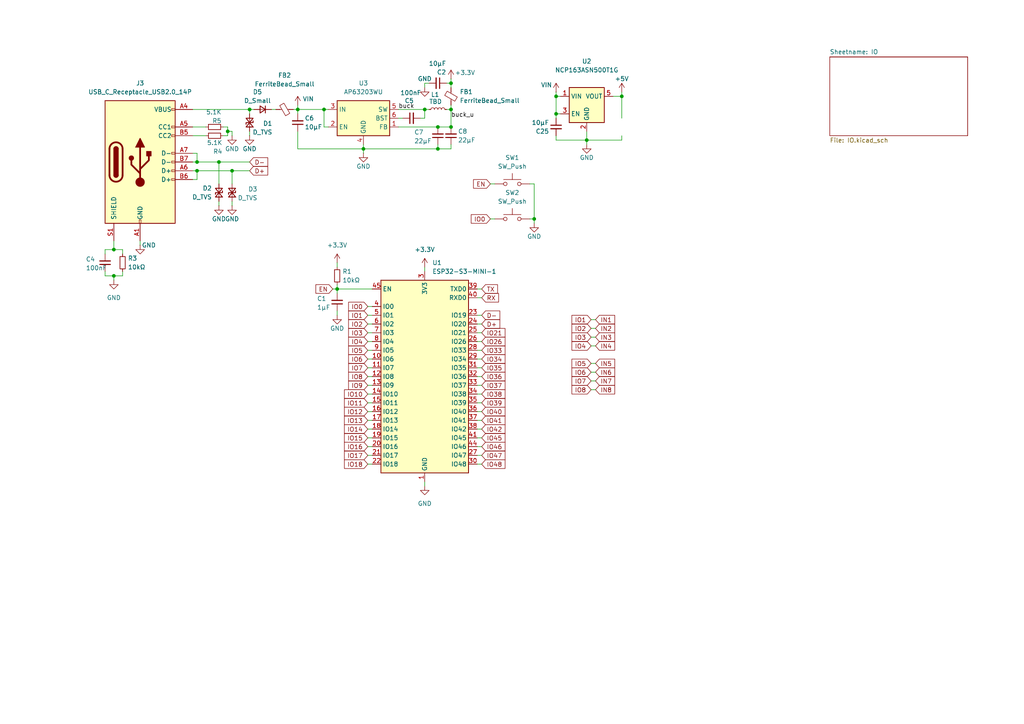
<source format=kicad_sch>
(kicad_sch (version 20231120) (generator "eeschema") (generator_version "8.0")
  (paper "A4")
  (lib_symbols
    (symbol "Connector:USB_C_Receptacle_USB2.0_14P" (pin_names (offset 1.016))
      (property "Reference" "J" (at 0 22.225 0))
      (property "Value" "USB_C_Receptacle_USB2.0_14P" (at 0 19.685 0))
      (symbol "USB_C_Receptacle_USB2.0_14P_0_0"
        (rectangle (start -0.254 -17.78) (end 0.254 -16.764))
        (rectangle (start 10.16 -4.826) (end 9.144 -5.334))
        (rectangle (start 10.16 -2.286) (end 9.144 -2.794))
        (rectangle (start 10.16 0.254) (end 9.144 -0.254))
        (rectangle (start 10.16 2.794) (end 9.144 2.286))
        (rectangle (start 10.16 7.874) (end 9.144 7.366))
        (rectangle (start 10.16 10.414) (end 9.144 9.906))
        (rectangle (start 10.16 15.494) (end 9.144 14.986))
      )
      (symbol "USB_C_Receptacle_USB2.0_14P_0_1"
        (rectangle (start -10.16 17.78) (end 10.16 -17.78) (stroke (width 0.254)) (fill (type background)))
        (arc (start -8.89 -3.81) (mid -6.985 -5.7067) (end -5.08 -3.81) (stroke (width 0.508)))
        (arc (start -7.62 -3.81) (mid -6.985 -4.4423) (end -6.35 -3.81) (stroke (width 0.254)))
        (arc (start -7.62 -3.81) (mid -6.985 -4.4423) (end -6.35 -3.81) (stroke (width 0.254)) (fill (type outline)))
        (rectangle (start -7.62 -3.81) (end -6.35 3.81) (stroke (width 0.254)) (fill (type outline)))
        (arc (start -6.35 3.81) (mid -6.985 4.4423) (end -7.62 3.81) (stroke (width 0.254)))
        (arc (start -6.35 3.81) (mid -6.985 4.4423) (end -7.62 3.81) (stroke (width 0.254)) (fill (type outline)))
        (arc (start -5.08 3.81) (mid -6.985 5.7067) (end -8.89 3.81) (stroke (width 0.508)))
        (circle (center -2.54 1.143) (radius 0.635) (stroke (width 0.254)) (fill (type outline)))
        (circle (center 0 -5.842) (radius 1.27) (fill (type outline)))
        (polyline (pts (xy -8.89 -3.81) (xy -8.89 3.81)) (stroke (width 0.508)))
        (polyline (pts (xy -5.08 3.81) (xy -5.08 -3.81)) (stroke (width 0.508)))
        (polyline (pts (xy 0 -5.842) (xy 0 4.318)) (stroke (width 0.508)))
        (polyline (pts (xy 0 -3.302) (xy -2.54 -0.762) (xy -2.54 0.508)) (stroke (width 0.508)))
        (polyline (pts (xy 0 -2.032) (xy 2.54 0.508) (xy 2.54 1.778)) (stroke (width 0.508)))
        (polyline (pts (xy -1.27 4.318) (xy 0 6.858) (xy 1.27 4.318) (xy -1.27 4.318)) (stroke (width 0.254)) (fill (type outline)))
        (rectangle (start 1.905 1.778) (end 3.175 3.048) (stroke (width 0.254)) (fill (type outline)))
      )
      (symbol "USB_C_Receptacle_USB2.0_14P_1_1"
        (pin passive line (at 0 -22.86 90) (length 5.08) (name "GND") (number "A1"))
        (pin passive line (at 0 -22.86 90) (length 5.08) hide (name "GND") (number "A12"))
        (pin passive line (at 15.24 15.24 180) (length 5.08) (name "VBUS") (number "A4"))
        (pin bidirectional line (at 15.24 10.16 180) (length 5.08) (name "CC1") (number "A5"))
        (pin bidirectional line (at 15.24 -2.54 180) (length 5.08) (name "D+") (number "A6"))
        (pin bidirectional line (at 15.24 2.54 180) (length 5.08) (name "D-") (number "A7"))
        (pin passive line (at 15.24 15.24 180) (length 5.08) hide (name "VBUS") (number "A9"))
        (pin passive line (at 0 -22.86 90) (length 5.08) hide (name "GND") (number "B1"))
        (pin passive line (at 0 -22.86 90) (length 5.08) hide (name "GND") (number "B12"))
        (pin passive line (at 15.24 15.24 180) (length 5.08) hide (name "VBUS") (number "B4"))
        (pin bidirectional line (at 15.24 7.62 180) (length 5.08) (name "CC2") (number "B5"))
        (pin bidirectional line (at 15.24 -5.08 180) (length 5.08) (name "D+") (number "B6"))
        (pin bidirectional line (at 15.24 0 180) (length 5.08) (name "D-") (number "B7"))
        (pin passive line (at 15.24 15.24 180) (length 5.08) hide (name "VBUS") (number "B9"))
        (pin passive line (at -7.62 -22.86 90) (length 5.08) (name "SHIELD") (number "S1"))
      )
    )
    (symbol "Device:C_Small" (pin_numbers hide) (pin_names (offset 0.254) hide)
      (property "Reference" "C" (at 0.254 1.778 0))
      (property "Value" "C_Small" (at 0.254 -2.032 0))
      (symbol "C_Small_0_1"
        (polyline (pts (xy -1.524 -0.508) (xy 1.524 -0.508)) (stroke (width 0.3302)))
        (polyline (pts (xy -1.524 0.508) (xy 1.524 0.508)) (stroke (width 0.3048)))
      )
      (symbol "C_Small_1_1"
        (pin passive line (at 0 2.54 270) (length 2.032) (name "~") (number "1"))
        (pin passive line (at 0 -2.54 90) (length 2.032) (name "~") (number "2"))
      )
    )
    (symbol "Device:D_Small" (pin_numbers hide) (pin_names (offset 0.254) hide)
      (property "Reference" "D" (at -1.27 2.032 0))
      (property "Value" "D_Small" (at -3.81 -2.032 0))
      (symbol "D_Small_0_1"
        (polyline (pts (xy -0.762 -1.016) (xy -0.762 1.016)) (stroke (width 0.254)))
        (polyline (pts (xy -0.762 0) (xy 0.762 0)))
        (polyline (pts (xy 0.762 -1.016) (xy -0.762 0) (xy 0.762 1.016) (xy 0.762 -1.016)) (stroke (width 0.254)))
      )
      (symbol "D_Small_1_1"
        (pin passive line (at -2.54 0 0) (length 1.778) (name "K") (number "1"))
        (pin passive line (at 2.54 0 180) (length 1.778) (name "A") (number "2"))
      )
    )
    (symbol "Device:D_TVS_Small" (pin_numbers hide) (pin_names (offset 1.016) hide)
      (property "Reference" "D" (at 0 2.54 0))
      (property "Value" "D_TVS_Small" (at 0 -2.54 0))
      (symbol "D_TVS_Small_0_1"
        (polyline (pts (xy -1.27 0) (xy 1.27 0)))
        (polyline (pts (xy 0.508 1.016) (xy 0 1.016) (xy 0 -1.016) (xy -0.508 -1.016)) (stroke (width 0.254)))
        (polyline (pts (xy -1.27 1.016) (xy -1.27 -1.016) (xy 1.27 1.016) (xy 1.27 -1.016) (xy -1.27 1.016)) (stroke (width 0.254)))
      )
      (symbol "D_TVS_Small_1_1"
        (pin passive line (at -2.54 0 0) (length 1.27) (name "A1") (number "1"))
        (pin passive line (at 2.54 0 180) (length 1.27) (name "A2") (number "2"))
      )
    )
    (symbol "Device:FerriteBead_Small" (pin_numbers hide) (pin_names (offset 0))
      (property "Reference" "FB" (at 1.905 1.27 0))
      (property "Value" "FerriteBead_Small" (at 1.905 -1.27 0))
      (symbol "FerriteBead_Small_0_1"
        (polyline (pts (xy 0 -1.27) (xy 0 -0.7874)))
        (polyline (pts (xy 0 0.889) (xy 0 1.2954)))
        (polyline (pts (xy -1.8288 0.2794) (xy -1.1176 1.4986) (xy 1.8288 -0.2032) (xy 1.1176 -1.4224) (xy -1.8288 0.2794)))
      )
      (symbol "FerriteBead_Small_1_1"
        (pin passive line (at 0 2.54 270) (length 1.27) (name "~") (number "1"))
        (pin passive line (at 0 -2.54 90) (length 1.27) (name "~") (number "2"))
      )
    )
    (symbol "Device:L_Small" (pin_numbers hide) (pin_names (offset 0.254) hide)
      (property "Reference" "L" (at 0.762 1.016 0))
      (property "Value" "L_Small" (at 0.762 -1.016 0))
      (symbol "L_Small_0_1"
        (arc (start 0 -2.032) (mid 0.5058 -1.524) (end 0 -1.016))
        (arc (start 0 -1.016) (mid 0.5058 -0.508) (end 0 0))
        (arc (start 0 0) (mid 0.5058 0.508) (end 0 1.016))
        (arc (start 0 1.016) (mid 0.5058 1.524) (end 0 2.032))
      )
      (symbol "L_Small_1_1"
        (pin passive line (at 0 2.54 270) (length 0.508) (name "~") (number "1"))
        (pin passive line (at 0 -2.54 90) (length 0.508) (name "~") (number "2"))
      )
    )
    (symbol "Device:R_Small" (pin_numbers hide) (pin_names (offset 0.254) hide)
      (property "Reference" "R" (at 0.762 0.508 0))
      (property "Value" "R_Small" (at 0.762 -1.016 0))
      (symbol "R_Small_0_1"
        (rectangle (start -0.762 1.778) (end 0.762 -1.778) (stroke (width 0.2032)))
      )
      (symbol "R_Small_1_1"
        (pin passive line (at 0 2.54 270) (length 0.762) (name "~") (number "1"))
        (pin passive line (at 0 -2.54 90) (length 0.762) (name "~") (number "2"))
      )
    )
    (symbol "RF_Module:ESP32-S3-MINI-1"
      (property "Reference" "U" (at -11.43 29.21 0))
      (property "Value" "ESP32-S3-MINI-1" (at 12.7 29.21 0))
      (symbol "ESP32-S3-MINI-1_0_1"
        (rectangle (start -12.7 27.94) (end 12.7 -27.94) (stroke (width 0.254)) (fill (type background)))
      )
      (symbol "ESP32-S3-MINI-1_1_1"
        (pin power_in line (at 0 -30.48 90) (length 2.54) (name "GND") (number "1"))
        (pin bidirectional line (at -15.24 5.08 0) (length 2.54) (name "IO6") (number "10"))
        (pin bidirectional line (at -15.24 2.54 0) (length 2.54) (name "IO7") (number "11"))
        (pin bidirectional line (at -15.24 0 0) (length 2.54) (name "IO8") (number "12"))
        (pin bidirectional line (at -15.24 -2.54 0) (length 2.54) (name "IO9") (number "13"))
        (pin bidirectional line (at -15.24 -5.08 0) (length 2.54) (name "IO10") (number "14"))
        (pin bidirectional line (at -15.24 -7.62 0) (length 2.54) (name "IO11") (number "15"))
        (pin bidirectional line (at -15.24 -10.16 0) (length 2.54) (name "IO12") (number "16"))
        (pin bidirectional line (at -15.24 -12.7 0) (length 2.54) (name "IO13") (number "17"))
        (pin bidirectional line (at -15.24 -15.24 0) (length 2.54) (name "IO14") (number "18"))
        (pin bidirectional line (at -15.24 -17.78 0) (length 2.54) (name "IO15") (number "19"))
        (pin passive line (at 0 -30.48 90) (length 2.54) hide (name "GND") (number "2"))
        (pin bidirectional line (at -15.24 -20.32 0) (length 2.54) (name "IO16") (number "20"))
        (pin bidirectional line (at -15.24 -22.86 0) (length 2.54) (name "IO17") (number "21"))
        (pin bidirectional line (at -15.24 -25.4 0) (length 2.54) (name "IO18") (number "22"))
        (pin bidirectional line (at 15.24 17.78 180) (length 2.54) (name "IO19") (number "23"))
        (pin bidirectional line (at 15.24 15.24 180) (length 2.54) (name "IO20") (number "24"))
        (pin bidirectional line (at 15.24 12.7 180) (length 2.54) (name "IO21") (number "25"))
        (pin bidirectional line (at 15.24 10.16 180) (length 2.54) (name "IO26") (number "26"))
        (pin bidirectional line (at 15.24 -22.86 180) (length 2.54) (name "IO47") (number "27"))
        (pin bidirectional line (at 15.24 7.62 180) (length 2.54) (name "IO33") (number "28"))
        (pin bidirectional line (at 15.24 5.08 180) (length 2.54) (name "IO34") (number "29"))
        (pin power_in line (at 0 30.48 270) (length 2.54) (name "3V3") (number "3"))
        (pin bidirectional line (at 15.24 -25.4 180) (length 2.54) (name "IO48") (number "30"))
        (pin bidirectional line (at 15.24 2.54 180) (length 2.54) (name "IO35") (number "31"))
        (pin bidirectional line (at 15.24 0 180) (length 2.54) (name "IO36") (number "32"))
        (pin bidirectional line (at 15.24 -2.54 180) (length 2.54) (name "IO37") (number "33"))
        (pin bidirectional line (at 15.24 -5.08 180) (length 2.54) (name "IO38") (number "34"))
        (pin bidirectional line (at 15.24 -7.62 180) (length 2.54) (name "IO39") (number "35"))
        (pin bidirectional line (at 15.24 -10.16 180) (length 2.54) (name "IO40") (number "36"))
        (pin bidirectional line (at 15.24 -12.7 180) (length 2.54) (name "IO41") (number "37"))
        (pin bidirectional line (at 15.24 -15.24 180) (length 2.54) (name "IO42") (number "38"))
        (pin bidirectional line (at 15.24 25.4 180) (length 2.54) (name "TXD0") (number "39"))
        (pin bidirectional line (at -15.24 20.32 0) (length 2.54) (name "IO0") (number "4"))
        (pin bidirectional line (at 15.24 22.86 180) (length 2.54) (name "RXD0") (number "40"))
        (pin bidirectional line (at 15.24 -17.78 180) (length 2.54) (name "IO45") (number "41"))
        (pin passive line (at 0 -30.48 90) (length 2.54) hide (name "GND") (number "42"))
        (pin passive line (at 0 -30.48 90) (length 2.54) hide (name "GND") (number "43"))
        (pin bidirectional line (at 15.24 -20.32 180) (length 2.54) (name "IO46") (number "44"))
        (pin input line (at -15.24 25.4 0) (length 2.54) (name "EN") (number "45"))
        (pin passive line (at 0 -30.48 90) (length 2.54) hide (name "GND") (number "46"))
        (pin passive line (at 0 -30.48 90) (length 2.54) hide (name "GND") (number "47"))
        (pin passive line (at 0 -30.48 90) (length 2.54) hide (name "GND") (number "48"))
        (pin passive line (at 0 -30.48 90) (length 2.54) hide (name "GND") (number "49"))
        (pin bidirectional line (at -15.24 17.78 0) (length 2.54) (name "IO1") (number "5"))
        (pin passive line (at 0 -30.48 90) (length 2.54) hide (name "GND") (number "50"))
        (pin passive line (at 0 -30.48 90) (length 2.54) hide (name "GND") (number "51"))
        (pin passive line (at 0 -30.48 90) (length 2.54) hide (name "GND") (number "52"))
        (pin passive line (at 0 -30.48 90) (length 2.54) hide (name "GND") (number "53"))
        (pin passive line (at 0 -30.48 90) (length 2.54) hide (name "GND") (number "54"))
        (pin passive line (at 0 -30.48 90) (length 2.54) hide (name "GND") (number "55"))
        (pin passive line (at 0 -30.48 90) (length 2.54) hide (name "GND") (number "56"))
        (pin passive line (at 0 -30.48 90) (length 2.54) hide (name "GND") (number "57"))
        (pin passive line (at 0 -30.48 90) (length 2.54) hide (name "GND") (number "58"))
        (pin passive line (at 0 -30.48 90) (length 2.54) hide (name "GND") (number "59"))
        (pin bidirectional line (at -15.24 15.24 0) (length 2.54) (name "IO2") (number "6"))
        (pin passive line (at 0 -30.48 90) (length 2.54) hide (name "GND") (number "60"))
        (pin passive line (at 0 -30.48 90) (length 2.54) hide (name "GND") (number "61"))
        (pin passive line (at 0 -30.48 90) (length 2.54) hide (name "GND") (number "62"))
        (pin passive line (at 0 -30.48 90) (length 2.54) hide (name "GND") (number "63"))
        (pin passive line (at 0 -30.48 90) (length 2.54) hide (name "GND") (number "64"))
        (pin passive line (at 0 -30.48 90) (length 2.54) hide (name "GND") (number "65"))
        (pin bidirectional line (at -15.24 12.7 0) (length 2.54) (name "IO3") (number "7"))
        (pin bidirectional line (at -15.24 10.16 0) (length 2.54) (name "IO4") (number "8"))
        (pin bidirectional line (at -15.24 7.62 0) (length 2.54) (name "IO5") (number "9"))
      )
    )
    (symbol "Regulator_Linear:NCP163ASN500T1G"
      (property "Reference" "U" (at 0 8.89 0))
      (property "Value" "NCP163ASN500T1G" (at 0 6.35 0))
      (symbol "NCP163ASN500T1G_0_1"
        (rectangle (start -5.08 5.08) (end 5.08 -5.08) (stroke (width 0.254)) (fill (type background)))
      )
      (symbol "NCP163ASN500T1G_1_1"
        (pin power_in line (at -7.62 2.54 0) (length 2.54) (name "VIN") (number "1"))
        (pin power_in line (at 0 -7.62 90) (length 2.54) (name "GND") (number "2"))
        (pin input line (at -7.62 -2.54 0) (length 2.54) (name "EN") (number "3"))
        (pin no_connect line (at 5.08 -2.54 180) (length 2.54) hide (name "NC") (number "4"))
        (pin power_out line (at 7.62 2.54 180) (length 2.54) (name "VOUT") (number "5"))
      )
    )
    (symbol "Regulator_Switching:AP63203WU"
      (property "Reference" "U" (at -7.62 6.35 0))
      (property "Value" "AP63203WU" (at 2.54 6.35 0))
      (symbol "AP63203WU_0_1"
        (rectangle (start -7.62 5.08) (end 7.62 -5.08) (stroke (width 0.254)) (fill (type background)))
      )
      (symbol "AP63203WU_1_1"
        (pin input line (at 10.16 -2.54 180) (length 2.54) (name "FB") (number "1"))
        (pin input line (at -10.16 -2.54 0) (length 2.54) (name "EN") (number "2"))
        (pin power_in line (at -10.16 2.54 0) (length 2.54) (name "IN") (number "3"))
        (pin power_in line (at 0 -7.62 90) (length 2.54) (name "GND") (number "4"))
        (pin output line (at 10.16 2.54 180) (length 2.54) (name "SW") (number "5"))
        (pin passive line (at 10.16 0 180) (length 2.54) (name "BST") (number "6"))
      )
    )
    (symbol "Switch:SW_Push" (pin_numbers hide) (pin_names (offset 1.016) hide)
      (property "Reference" "SW" (at 1.27 2.54 0))
      (property "Value" "SW_Push" (at 0 -1.524 0))
      (symbol "SW_Push_0_1"
        (circle (center -2.032 0) (radius 0.508))
        (polyline (pts (xy 0 1.27) (xy 0 3.048)))
        (polyline (pts (xy 2.54 1.27) (xy -2.54 1.27)))
        (circle (center 2.032 0) (radius 0.508))
        (pin passive line (at -5.08 0 0) (length 2.54) (name "1") (number "1"))
        (pin passive line (at 5.08 0 180) (length 2.54) (name "2") (number "2"))
      )
    )
    (symbol "power:+3.3V" (power) (pin_numbers hide) (pin_names (offset 0) hide)
      (property "Value" "+3.3V" (at 0 3.556 0))
      (symbol "+3.3V_0_1"
        (polyline (pts (xy -0.762 1.27) (xy 0 2.54)))
        (polyline (pts (xy 0 0) (xy 0 2.54)))
        (polyline (pts (xy 0 2.54) (xy 0.762 1.27)))
      )
      (symbol "+3.3V_1_1"
        (pin power_in line (at 0 0 90) (length 0) (name "~") (number "1"))
      )
    )
    (symbol "power:+5V" (power) (pin_numbers hide) (pin_names (offset 0) hide)
      (property "Value" "+5V" (at 0 3.556 0))
      (symbol "+5V_0_1"
        (polyline (pts (xy -0.762 1.27) (xy 0 2.54)))
        (polyline (pts (xy 0 0) (xy 0 2.54)))
        (polyline (pts (xy 0 2.54) (xy 0.762 1.27)))
      )
      (symbol "+5V_1_1"
        (pin power_in line (at 0 0 90) (length 0) (name "~") (number "1"))
      )
    )
    (symbol "power:GND" (power) (pin_numbers hide) (pin_names (offset 0) hide)
      (property "Value" "GND" (at 0 -3.81 0))
      (symbol "GND_0_1"
        (polyline (pts (xy 0 0) (xy 0 -1.27) (xy 1.27 -1.27) (xy 0 -2.54) (xy -1.27 -1.27) (xy 0 -1.27)))
      )
      (symbol "GND_1_1"
        (pin power_in line (at 0 0 270) (length 0) (name "~") (number "1"))
      )
    )
    (symbol "power:VCC" (power) (pin_numbers hide) (pin_names (offset 0) hide)
      (property "Value" "VCC" (at 0 3.556 0))
      (symbol "VCC_0_1"
        (polyline (pts (xy -0.762 1.27) (xy 0 2.54)))
        (polyline (pts (xy 0 0) (xy 0 2.54)))
        (polyline (pts (xy 0 2.54) (xy 0.762 1.27)))
      )
      (symbol "VCC_1_1"
        (pin power_in line (at 0 0 90) (length 0) (name "~") (number "1"))
      )
    )
  )
  (junction (at 127 36.83))
  (junction (at 33.02 80.01))
  (junction (at 180.34 27.94))
  (junction (at 154.94 63.5))
  (junction (at 33.02 72.39))
  (junction (at 127 43.18))
  (junction (at 105.41 43.18))
  (junction (at 57.15 49.53))
  (junction (at 161.29 33.02))
  (junction (at 130.81 24.13))
  (junction (at 130.81 31.75))
  (junction (at 63.5 46.99))
  (junction (at 130.81 36.83))
  (junction (at 72.39 31.75))
  (junction (at 57.15 46.99))
  (junction (at 123.19 31.75))
  (junction (at 93.98 31.75))
  (junction (at 67.31 49.53))
  (junction (at 97.79 83.82))
  (junction (at 86.36 31.75))
  (junction (at 170.18 40.64))
  (junction (at 161.29 27.94))
  (junction (at 66.04 38.1))
  (wire (pts (xy 97.79 76.2) (xy 97.79 77.47)))
  (wire (pts (xy 86.36 38.1) (xy 86.36 43.18)))
  (wire (pts (xy 180.34 27.94) (xy 180.34 34.29)))
  (wire (pts (xy 130.81 41.91) (xy 130.81 43.18)))
  (wire (pts (xy 139.7 86.36) (xy 138.43 86.36)))
  (wire (pts (xy 106.68 93.98) (xy 107.95 93.98)))
  (wire (pts (xy 106.68 127) (xy 107.95 127)))
  (wire (pts (xy 172.72 100.33) (xy 171.45 100.33)))
  (wire (pts (xy 106.68 124.46) (xy 107.95 124.46)))
  (wire (pts (xy 161.29 26.67) (xy 161.29 27.94)))
  (wire (pts (xy 172.72 97.79) (xy 171.45 97.79)))
  (wire (pts (xy 95.25 36.83) (xy 93.98 36.83)))
  (wire (pts (xy 139.7 119.38) (xy 138.43 119.38)))
  (wire (pts (xy 66.04 38.1) (xy 67.31 38.1)))
  (wire (pts (xy 106.68 132.08) (xy 107.95 132.08)))
  (wire (pts (xy 106.68 129.54) (xy 107.95 129.54)))
  (wire (pts (xy 115.57 36.83) (xy 127 36.83)))
  (wire (pts (xy 105.41 43.18) (xy 127 43.18)))
  (wire (pts (xy 115.57 34.29) (xy 116.84 34.29)))
  (wire (pts (xy 55.88 36.83) (xy 59.69 36.83)))
  (wire (pts (xy 139.7 83.82) (xy 138.43 83.82)))
  (wire (pts (xy 57.15 46.99) (xy 63.5 46.99)))
  (wire (pts (xy 172.72 105.41) (xy 171.45 105.41)))
  (wire (pts (xy 35.56 78.74) (xy 35.56 80.01)))
  (wire (pts (xy 66.04 38.1) (xy 66.04 39.37)))
  (wire (pts (xy 106.68 99.06) (xy 107.95 99.06)))
  (wire (pts (xy 55.88 39.37) (xy 59.69 39.37)))
  (wire (pts (xy 139.7 93.98) (xy 138.43 93.98)))
  (wire (pts (xy 139.7 109.22) (xy 138.43 109.22)))
  (wire (pts (xy 123.19 25.4) (xy 123.19 24.13)))
  (wire (pts (xy 139.7 116.84) (xy 138.43 116.84)))
  (wire (pts (xy 172.72 107.95) (xy 171.45 107.95)))
  (wire (pts (xy 30.48 80.01) (xy 33.02 80.01)))
  (wire (pts (xy 127 36.83) (xy 130.81 36.83)))
  (wire (pts (xy 64.77 36.83) (xy 66.04 36.83)))
  (wire (pts (xy 64.77 39.37) (xy 66.04 39.37)))
  (wire (pts (xy 130.81 24.13) (xy 130.81 25.4)))
  (wire (pts (xy 63.5 53.34) (xy 63.5 46.99)))
  (wire (pts (xy 123.19 77.47) (xy 123.19 78.74)))
  (wire (pts (xy 55.88 52.07) (xy 57.15 52.07)))
  (wire (pts (xy 124.46 31.75) (xy 123.19 31.75)))
  (wire (pts (xy 139.7 96.52) (xy 138.43 96.52)))
  (wire (pts (xy 153.67 63.5) (xy 154.94 63.5)))
  (wire (pts (xy 106.68 134.62) (xy 107.95 134.62)))
  (wire (pts (xy 72.39 33.02) (xy 72.39 31.75)))
  (wire (pts (xy 72.39 38.1) (xy 72.39 39.37)))
  (wire (pts (xy 106.68 109.22) (xy 107.95 109.22)))
  (wire (pts (xy 139.7 124.46) (xy 138.43 124.46)))
  (wire (pts (xy 130.81 30.48) (xy 130.81 31.75)))
  (wire (pts (xy 161.29 39.37) (xy 161.29 40.64)))
  (wire (pts (xy 86.36 31.75) (xy 93.98 31.75)))
  (wire (pts (xy 172.72 113.03) (xy 171.45 113.03)))
  (wire (pts (xy 97.79 90.17) (xy 97.79 91.44)))
  (wire (pts (xy 33.02 80.01) (xy 35.56 80.01)))
  (wire (pts (xy 161.29 27.94) (xy 161.29 33.02)))
  (wire (pts (xy 154.94 53.34) (xy 154.94 63.5)))
  (wire (pts (xy 66.04 36.83) (xy 66.04 38.1)))
  (wire (pts (xy 161.29 33.02) (xy 162.56 33.02)))
  (wire (pts (xy 40.64 71.12) (xy 40.64 69.85)))
  (wire (pts (xy 67.31 53.34) (xy 67.31 49.53)))
  (wire (pts (xy 106.68 88.9) (xy 107.95 88.9)))
  (wire (pts (xy 67.31 58.42) (xy 67.31 59.69)))
  (wire (pts (xy 105.41 41.91) (xy 105.41 43.18)))
  (wire (pts (xy 57.15 49.53) (xy 67.31 49.53)))
  (wire (pts (xy 129.54 24.13) (xy 130.81 24.13)))
  (wire (pts (xy 123.19 31.75) (xy 115.57 31.75)))
  (wire (pts (xy 55.88 44.45) (xy 57.15 44.45)))
  (wire (pts (xy 139.7 91.44) (xy 138.43 91.44)))
  (wire (pts (xy 85.09 31.75) (xy 86.36 31.75)))
  (wire (pts (xy 139.7 106.68) (xy 138.43 106.68)))
  (wire (pts (xy 30.48 72.39) (xy 33.02 72.39)))
  (wire (pts (xy 67.31 38.1) (xy 67.31 39.37)))
  (wire (pts (xy 105.41 44.45) (xy 105.41 43.18)))
  (wire (pts (xy 97.79 83.82) (xy 97.79 85.09)))
  (wire (pts (xy 72.39 31.75) (xy 73.66 31.75)))
  (wire (pts (xy 139.7 121.92) (xy 138.43 121.92)))
  (wire (pts (xy 63.5 46.99) (xy 72.39 46.99)))
  (wire (pts (xy 106.68 119.38) (xy 107.95 119.38)))
  (wire (pts (xy 161.29 34.29) (xy 161.29 33.02)))
  (wire (pts (xy 57.15 44.45) (xy 57.15 46.99)))
  (wire (pts (xy 139.7 104.14) (xy 138.43 104.14)))
  (wire (pts (xy 96.52 83.82) (xy 97.79 83.82)))
  (wire (pts (xy 57.15 49.53) (xy 57.15 52.07)))
  (wire (pts (xy 161.29 27.94) (xy 162.56 27.94)))
  (wire (pts (xy 161.29 40.64) (xy 170.18 40.64)))
  (wire (pts (xy 170.18 40.64) (xy 180.34 40.64)))
  (wire (pts (xy 55.88 31.75) (xy 72.39 31.75)))
  (wire (pts (xy 33.02 69.85) (xy 33.02 72.39)))
  (wire (pts (xy 95.25 31.75) (xy 93.98 31.75)))
  (wire (pts (xy 93.98 36.83) (xy 93.98 31.75)))
  (wire (pts (xy 86.36 43.18) (xy 105.41 43.18)))
  (wire (pts (xy 35.56 72.39) (xy 35.56 73.66)))
  (wire (pts (xy 97.79 82.55) (xy 97.79 83.82)))
  (wire (pts (xy 129.54 31.75) (xy 130.81 31.75)))
  (wire (pts (xy 121.92 34.29) (xy 123.19 34.29)))
  (wire (pts (xy 63.5 58.42) (xy 63.5 59.69)))
  (wire (pts (xy 172.72 95.25) (xy 171.45 95.25)))
  (wire (pts (xy 139.7 134.62) (xy 138.43 134.62)))
  (wire (pts (xy 123.19 24.13) (xy 124.46 24.13)))
  (wire (pts (xy 30.48 78.74) (xy 30.48 80.01)))
  (wire (pts (xy 106.68 114.3) (xy 107.95 114.3)))
  (wire (pts (xy 172.72 92.71) (xy 171.45 92.71)))
  (wire (pts (xy 78.74 31.75) (xy 80.01 31.75)))
  (wire (pts (xy 127 43.18) (xy 130.81 43.18)))
  (wire (pts (xy 177.8 27.94) (xy 180.34 27.94)))
  (wire (pts (xy 106.68 121.92) (xy 107.95 121.92)))
  (wire (pts (xy 33.02 72.39) (xy 35.56 72.39)))
  (wire (pts (xy 106.68 91.44) (xy 107.95 91.44)))
  (wire (pts (xy 127 41.91) (xy 127 43.18)))
  (wire (pts (xy 180.34 39.37) (xy 180.34 40.64)))
  (wire (pts (xy 67.31 49.53) (xy 72.39 49.53)))
  (wire (pts (xy 170.18 38.1) (xy 170.18 40.64)))
  (wire (pts (xy 55.88 46.99) (xy 57.15 46.99)))
  (wire (pts (xy 139.7 101.6) (xy 138.43 101.6)))
  (wire (pts (xy 154.94 53.34) (xy 153.67 53.34)))
  (wire (pts (xy 139.7 129.54) (xy 138.43 129.54)))
  (wire (pts (xy 139.7 99.06) (xy 138.43 99.06)))
  (wire (pts (xy 154.94 63.5) (xy 154.94 64.77)))
  (wire (pts (xy 106.68 104.14) (xy 107.95 104.14)))
  (wire (pts (xy 139.7 114.3) (xy 138.43 114.3)))
  (wire (pts (xy 130.81 22.86) (xy 130.81 24.13)))
  (wire (pts (xy 180.34 26.67) (xy 180.34 27.94)))
  (wire (pts (xy 106.68 106.68) (xy 107.95 106.68)))
  (wire (pts (xy 139.7 132.08) (xy 138.43 132.08)))
  (wire (pts (xy 33.02 80.01) (xy 33.02 81.28)))
  (wire (pts (xy 55.88 49.53) (xy 57.15 49.53)))
  (wire (pts (xy 130.81 31.75) (xy 130.81 36.83)))
  (wire (pts (xy 172.72 110.49) (xy 171.45 110.49)))
  (wire (pts (xy 97.79 83.82) (xy 107.95 83.82)))
  (wire (pts (xy 170.18 40.64) (xy 170.18 41.91)))
  (wire (pts (xy 86.36 30.48) (xy 86.36 31.75)))
  (wire (pts (xy 106.68 101.6) (xy 107.95 101.6)))
  (wire (pts (xy 123.19 140.97) (xy 123.19 139.7)))
  (wire (pts (xy 123.19 31.75) (xy 123.19 34.29)))
  (wire (pts (xy 86.36 33.02) (xy 86.36 31.75)))
  (wire (pts (xy 30.48 72.39) (xy 30.48 73.66)))
  (wire (pts (xy 106.68 96.52) (xy 107.95 96.52)))
  (wire (pts (xy 139.7 127) (xy 138.43 127)))
  (wire (pts (xy 142.24 53.34) (xy 143.51 53.34)))
  (wire (pts (xy 142.24 63.5) (xy 143.51 63.5)))
  (wire (pts (xy 106.68 111.76) (xy 107.95 111.76)))
  (wire (pts (xy 106.68 116.84) (xy 107.95 116.84)))
  (wire (pts (xy 139.7 111.76) (xy 138.43 111.76)))
  (label "buck" (at 115.57 31.75 0))
  (label "buck_u" (at 130.81 34.29 0))
  (global_label "IO13" (shape input) (at 106.68 121.92 180) (property "Intersheetrefs" "${INTERSHEET_REFS}" (effects (hide yes))))
  (global_label "IO9" (shape input) (at 106.68 111.76 180) (property "Intersheetrefs" "${INTERSHEET_REFS}" (effects (hide yes))))
  (global_label "IO16" (shape input) (at 106.68 129.54 180) (property "Intersheetrefs" "${INTERSHEET_REFS}" (effects (hide yes))))
  (global_label "IN3" (shape input) (at 172.72 97.79 0) (property "Intersheetrefs" "${INTERSHEET_REFS}" (effects (hide yes))))
  (global_label "IO11" (shape input) (at 106.68 116.84 180) (property "Intersheetrefs" "${INTERSHEET_REFS}" (effects (hide yes))))
  (global_label "IO4" (shape input) (at 171.45 100.33 180) (property "Intersheetrefs" "${INTERSHEET_REFS}" (effects (hide yes))))
  (global_label "IO1" (shape input) (at 106.68 91.44 180) (property "Intersheetrefs" "${INTERSHEET_REFS}" (effects (hide yes))))
  (global_label "IO3" (shape input) (at 106.68 96.52 180) (property "Intersheetrefs" "${INTERSHEET_REFS}" (effects (hide yes))))
  (global_label "IN4" (shape input) (at 172.72 100.33 0) (property "Intersheetrefs" "${INTERSHEET_REFS}" (effects (hide yes))))
  (global_label "IO14" (shape input) (at 106.68 124.46 180) (property "Intersheetrefs" "${INTERSHEET_REFS}" (effects (hide yes))))
  (global_label "IO48" (shape input) (at 139.7 134.62 0) (property "Intersheetrefs" "${INTERSHEET_REFS}" (effects (hide yes))))
  (global_label "IO35" (shape input) (at 139.7 106.68 0) (property "Intersheetrefs" "${INTERSHEET_REFS}" (effects (hide yes))))
  (global_label "IO7" (shape input) (at 106.68 106.68 180) (property "Intersheetrefs" "${INTERSHEET_REFS}" (effects (hide yes))))
  (global_label "IN5" (shape input) (at 172.72 105.41 0) (property "Intersheetrefs" "${INTERSHEET_REFS}" (effects (hide yes))))
  (global_label "IO6" (shape input) (at 171.45 107.95 180) (property "Intersheetrefs" "${INTERSHEET_REFS}" (effects (hide yes))))
  (global_label "IO26" (shape input) (at 139.7 99.06 0) (property "Intersheetrefs" "${INTERSHEET_REFS}" (effects (hide yes))))
  (global_label "IN1" (shape input) (at 172.72 92.71 0) (property "Intersheetrefs" "${INTERSHEET_REFS}" (effects (hide yes))))
  (global_label "IO17" (shape input) (at 106.68 132.08 180) (property "Intersheetrefs" "${INTERSHEET_REFS}" (effects (hide yes))))
  (global_label "IO5" (shape input) (at 171.45 105.41 180) (property "Intersheetrefs" "${INTERSHEET_REFS}" (effects (hide yes))))
  (global_label "IO21" (shape input) (at 139.7 96.52 0) (property "Intersheetrefs" "${INTERSHEET_REFS}" (effects (hide yes))))
  (global_label "IN2" (shape input) (at 172.72 95.25 0) (property "Intersheetrefs" "${INTERSHEET_REFS}" (effects (hide yes))))
  (global_label "IO8" (shape input) (at 171.45 113.03 180) (property "Intersheetrefs" "${INTERSHEET_REFS}" (effects (hide yes))))
  (global_label "EN" (shape input) (at 142.24 53.34 180) (property "Intersheetrefs" "${INTERSHEET_REFS}" (effects (hide yes))))
  (global_label "IO2" (shape input) (at 171.45 95.25 180) (property "Intersheetrefs" "${INTERSHEET_REFS}" (effects (hide yes))))
  (global_label "IO46" (shape input) (at 139.7 129.54 0) (property "Intersheetrefs" "${INTERSHEET_REFS}" (effects (hide yes))))
  (global_label "IO8" (shape input) (at 106.68 109.22 180) (property "Intersheetrefs" "${INTERSHEET_REFS}" (effects (hide yes))))
  (global_label "D+" (shape input) (at 139.7 93.98 0) (property "Intersheetrefs" "${INTERSHEET_REFS}" (effects (hide yes))))
  (global_label "IO37" (shape input) (at 139.7 111.76 0) (property "Intersheetrefs" "${INTERSHEET_REFS}" (effects (hide yes))))
  (global_label "IO39" (shape input) (at 139.7 116.84 0) (property "Intersheetrefs" "${INTERSHEET_REFS}" (effects (hide yes))))
  (global_label "IO12" (shape input) (at 106.68 119.38 180) (property "Intersheetrefs" "${INTERSHEET_REFS}" (effects (hide yes))))
  (global_label "IO6" (shape input) (at 106.68 104.14 180) (property "Intersheetrefs" "${INTERSHEET_REFS}" (effects (hide yes))))
  (global_label "IO10" (shape input) (at 106.68 114.3 180) (property "Intersheetrefs" "${INTERSHEET_REFS}" (effects (hide yes))))
  (global_label "D-" (shape input) (at 139.7 91.44 0) (property "Intersheetrefs" "${INTERSHEET_REFS}" (effects (hide yes))))
  (global_label "IO36" (shape input) (at 139.7 109.22 0) (property "Intersheetrefs" "${INTERSHEET_REFS}" (effects (hide yes))))
  (global_label "IO18" (shape input) (at 106.68 134.62 180) (property "Intersheetrefs" "${INTERSHEET_REFS}" (effects (hide yes))))
  (global_label "RX" (shape input) (at 139.7 86.36 0) (property "Intersheetrefs" "${INTERSHEET_REFS}" (effects (hide yes))))
  (global_label "IO45" (shape input) (at 139.7 127 0) (property "Intersheetrefs" "${INTERSHEET_REFS}" (effects (hide yes))))
  (global_label "EN" (shape input) (at 96.52 83.82 180) (property "Intersheetrefs" "${INTERSHEET_REFS}" (effects (hide yes))))
  (global_label "IO40" (shape input) (at 139.7 119.38 0) (property "Intersheetrefs" "${INTERSHEET_REFS}" (effects (hide yes))))
  (global_label "IO47" (shape input) (at 139.7 132.08 0) (property "Intersheetrefs" "${INTERSHEET_REFS}" (effects (hide yes))))
  (global_label "IN7" (shape input) (at 172.72 110.49 0) (property "Intersheetrefs" "${INTERSHEET_REFS}" (effects (hide yes))))
  (global_label "IO34" (shape input) (at 139.7 104.14 0) (property "Intersheetrefs" "${INTERSHEET_REFS}" (effects (hide yes))))
  (global_label "IO5" (shape input) (at 106.68 101.6 180) (property "Intersheetrefs" "${INTERSHEET_REFS}" (effects (hide yes))))
  (global_label "IO33" (shape input) (at 139.7 101.6 0) (property "Intersheetrefs" "${INTERSHEET_REFS}" (effects (hide yes))))
  (global_label "D-" (shape input) (at 72.39 46.99 0) (property "Intersheetrefs" "${INTERSHEET_REFS}" (effects (hide yes))))
  (global_label "IO0" (shape input) (at 142.24 63.5 180) (property "Intersheetrefs" "${INTERSHEET_REFS}" (effects (hide yes))))
  (global_label "IO38" (shape input) (at 139.7 114.3 0) (property "Intersheetrefs" "${INTERSHEET_REFS}" (effects (hide yes))))
  (global_label "IO3" (shape input) (at 171.45 97.79 180) (property "Intersheetrefs" "${INTERSHEET_REFS}" (effects (hide yes))))
  (global_label "IO1" (shape input) (at 171.45 92.71 180) (property "Intersheetrefs" "${INTERSHEET_REFS}" (effects (hide yes))))
  (global_label "IO2" (shape input) (at 106.68 93.98 180) (property "Intersheetrefs" "${INTERSHEET_REFS}" (effects (hide yes))))
  (global_label "TX" (shape input) (at 139.7 83.82 0) (property "Intersheetrefs" "${INTERSHEET_REFS}" (effects (hide yes))))
  (global_label "IN8" (shape input) (at 172.72 113.03 0) (property "Intersheetrefs" "${INTERSHEET_REFS}" (effects (hide yes))))
  (global_label "IO42" (shape input) (at 139.7 124.46 0) (property "Intersheetrefs" "${INTERSHEET_REFS}" (effects (hide yes))))
  (global_label "IN6" (shape input) (at 172.72 107.95 0) (property "Intersheetrefs" "${INTERSHEET_REFS}" (effects (hide yes))))
  (global_label "IO4" (shape input) (at 106.68 99.06 180) (property "Intersheetrefs" "${INTERSHEET_REFS}" (effects (hide yes))))
  (global_label "D+" (shape input) (at 72.39 49.53 0) (property "Intersheetrefs" "${INTERSHEET_REFS}" (effects (hide yes))))
  (global_label "IO41" (shape input) (at 139.7 121.92 0) (property "Intersheetrefs" "${INTERSHEET_REFS}" (effects (hide yes))))
  (global_label "IO7" (shape input) (at 171.45 110.49 180) (property "Intersheetrefs" "${INTERSHEET_REFS}" (effects (hide yes))))
  (global_label "IO15" (shape input) (at 106.68 127 180) (property "Intersheetrefs" "${INTERSHEET_REFS}" (effects (hide yes))))
  (global_label "IO0" (shape input) (at 106.68 88.9 180) (property "Intersheetrefs" "${INTERSHEET_REFS}" (effects (hide yes))))
  (symbol (lib_id "Device:C_Small") (at 86.36 35.56 180) (unit 1)
    (property "Reference" "C6" (at 88.392 34.29 0) (effects (justify right)))
    (property "Value" "10µF" (at 88.392 36.83 0) (effects (justify right)))
    (property "Footprint" "Capacitor_SMD:C_0805_2012Metric" (effects (hide yes)))
  )
  (symbol (lib_id "Regulator_Switching:AP63203WU") (at 105.41 34.29 0) (unit 1)
    (property "Reference" "U3" (at 105.41 24.13 0))
    (property "Value" "AP63203WU" (at 105.41 26.67 0))
    (property "Footprint" "Package_TO_SOT_SMD:TSOT-23-6" (effects (hide yes)))
    (property "Datasheet" "https://www.diodes.com/assets/Datasheets/AP63200-AP63201-AP63203-AP63205.pdf" (effects (hide yes)))
    (property "Description" "2A, 1.1MHz Buck DC/DC Converter, fixed 3.3V output voltage, TSOT-23-6" (effects (hide yes)))
  )
  (symbol (lib_id "Device:D_TVS_Small") (at 72.39 35.56 270) (mirror x) (unit 1)
    (property "Reference" "D1" (at 78.994 35.814 90) (effects (justify right)))
    (property "Value" "D_TVS" (at 78.994 38.354 90) (effects (justify right)))
    (property "Footprint" "diy:TVS_dubbel" (effects (hide yes)))
    (property "Description" "Bidirectional transient-voltage-suppression diode, small symbol" (effects (hide yes)))
  )
  (symbol (lib_id "power:GND") (at 97.79 91.44 0) (unit 1)
    (property "Reference" "#PWR03" (effects (hide yes)))
    (property "Value" "GND" (at 97.79 95.25 0))
  )
  (symbol (lib_id "RF_Module:ESP32-S3-MINI-1") (at 123.19 109.22 0) (unit 1)
    (property "Reference" "U1" (at 125.3841 76.2 0) (effects (justify left)))
    (property "Value" "ESP32-S3-MINI-1" (at 125.3841 78.74 0) (effects (justify left)))
    (property "Footprint" "RF_Module:ESP32-S2-MINI-1" (effects (hide yes)))
    (property "Datasheet" "https://www.espressif.com/sites/default/files/documentation/esp32-s3-mini-1_mini-1u_datasheet_en.pdf" (effects (hide yes)))
    (property "Description" "RF Module, ESP32-S3 SoC, Wi-Fi 802.11b/g/n, Bluetooth, BLE, 32-bit, 3.3V, SMD, onboard antenna" (effects (hide yes)))
  )
  (symbol (lib_id "power:GND") (at 123.19 140.97 0) (unit 1)
    (property "Reference" "#PWR04" (effects (hide yes)))
    (property "Value" "GND" (at 123.19 146.05 0))
    (property "Description" "Power symbol creates a global label with name \"GND\" , ground" (effects (hide yes)))
  )
  (symbol (lib_id "power:GND") (at 67.31 39.37 0) (unit 1)
    (property "Reference" "#PWR018" (effects (hide yes)))
    (property "Value" "GND" (at 67.31 43.18 0))
    (property "Description" "Power symbol creates a global label with name \"GND\" , ground" (effects (hide yes)))
  )
  (symbol (lib_id "Device:FerriteBead_Small") (at 82.55 31.75 270) (mirror x) (unit 1)
    (property "Reference" "FB2" (at 82.55 21.844 90))
    (property "Value" "FerriteBead_Small" (at 82.55 24.384 90))
    (property "Footprint" "Inductor_SMD:L_0402_1005Metric" (effects (hide yes)))
    (property "Description" "Ferrite bead, small symbol" (effects (hide yes)))
  )
  (symbol (lib_id "Switch:SW_Push") (at 148.59 63.5 0) (unit 1)
    (property "Reference" "SW2" (at 148.59 55.88 0))
    (property "Value" "SW_Push" (at 148.59 58.42 0))
    (property "Footprint" "Button_Switch_SMD:SW_Push_SPST_NO_Alps_SKRK" (effects (hide yes)))
  )
  (symbol (lib_id "power:+5V") (at 180.34 26.67 0) (unit 1)
    (property "Reference" "#PWR042" (effects (hide yes)))
    (property "Value" "+5V" (at 180.34 22.86 0))
  )
  (symbol (lib_id "power:GND") (at 67.31 59.69 0) (mirror y) (unit 1)
    (property "Reference" "#PWR09" (effects (hide yes)))
    (property "Value" "GND" (at 67.31 63.5 0))
  )
  (symbol (lib_id "Device:R_Small") (at 35.56 76.2 0) (unit 1)
    (property "Reference" "R3" (at 37.084 74.93 0) (effects (justify left)))
    (property "Value" "10kΩ" (at 37.084 77.47 0) (effects (justify left)))
    (property "Footprint" "Resistor_SMD:R_0402_1005Metric" (effects (hide yes)))
  )
  (symbol (lib_id "Device:C_Small") (at 119.38 34.29 90) (unit 1)
    (property "Reference" "C5" (at 117.348 29.21 90) (effects (justify right)))
    (property "Value" "100nF" (at 116.078 26.924 90) (effects (justify right)))
    (property "Footprint" "Capacitor_SMD:C_0402_1005Metric" (effects (hide yes)))
  )
  (symbol (lib_id "power:GND") (at 72.39 39.37 0) (mirror y) (unit 1)
    (property "Reference" "#PWR07" (effects (hide yes)))
    (property "Value" "GND" (at 72.39 43.18 0))
  )
  (symbol (lib_id "Device:L_Small") (at 127 31.75 90) (unit 1)
    (property "Reference" "L1" (at 124.968 27.432 90) (effects (justify right)))
    (property "Value" "TBD" (at 124.46 29.464 90) (effects (justify right)))
    (property "Footprint" "Inductor_SMD:L_Abracon_ASPI-0425" (effects (hide yes)))
  )
  (symbol (lib_id "power:GND") (at 105.41 44.45 0) (unit 1)
    (property "Reference" "#PWR021" (effects (hide yes)))
    (property "Value" "GND" (at 105.41 48.26 0))
  )
  (symbol (lib_id "Device:FerriteBead_Small") (at 130.81 27.94 0) (unit 1)
    (property "Reference" "FB1" (at 133.35 26.6318 0) (effects (justify left)))
    (property "Value" "FerriteBead_Small" (at 133.35 29.1718 0) (effects (justify left)))
    (property "Footprint" "Inductor_SMD:L_0402_1005Metric" (effects (hide yes)))
    (property "Description" "Ferrite bead, small symbol" (effects (hide yes)))
  )
  (symbol (lib_id "Device:R_Small") (at 62.23 39.37 90) (unit 1)
    (property "Reference" "R4" (at 64.516 43.942 90) (effects (justify left)))
    (property "Value" "5.1K" (at 64.516 41.402 90) (effects (justify left)))
    (property "Footprint" "Resistor_SMD:R_0402_1005Metric" (effects (hide yes)))
  )
  (symbol (lib_id "Device:C_Small") (at 130.81 39.37 180) (unit 1)
    (property "Reference" "C8" (at 132.842 38.1 0) (effects (justify right)))
    (property "Value" "22µF" (at 132.842 40.64 0) (effects (justify right)))
    (property "Footprint" "Capacitor_SMD:C_0805_2012Metric" (effects (hide yes)))
  )
  (symbol (lib_id "power:GND") (at 33.02 81.28 0) (unit 1)
    (property "Reference" "#PWR016" (effects (hide yes)))
    (property "Value" "GND" (at 33.02 86.36 0))
    (property "Description" "Power symbol creates a global label with name \"GND\" , ground" (effects (hide yes)))
  )
  (symbol (lib_id "Regulator_Linear:NCP163ASN500T1G") (at 170.18 30.48 0) (unit 1)
    (property "Reference" "U2" (at 170.18 17.78 0))
    (property "Value" "NCP163ASN500T1G" (at 170.18 20.32 0))
    (property "Footprint" "Package_TO_SOT_SMD:SOT-23-5" (effects (hide yes)))
    (property "Datasheet" "https://www.onsemi.com/pdf/datasheet/ncp163-d.pdf" (effects (hide yes)))
    (property "Description" "250mA low-noise LDO, 2.2V-5.5V input, 5.0V output, SOT-23-5" (effects (hide yes)))
  )
  (symbol (lib_id "power:VCC") (at 161.29 26.67 0) (unit 1)
    (property "Reference" "#PWR06" (effects (hide yes)))
    (property "Value" "VIN" (at 158.496 24.638 0))
    (property "Description" "Power symbol creates a global label with name \"VCC\"" (effects (hide yes)))
  )
  (symbol (lib_id "power:VCC") (at 86.36 30.48 0) (unit 1)
    (property "Reference" "#PWR020" (effects (hide yes)))
    (property "Value" "VIN" (at 89.408 28.702 0))
    (property "Description" "Power symbol creates a global label with name \"VCC\"" (effects (hide yes)))
  )
  (symbol (lib_id "Device:C_Small") (at 127 39.37 180) (unit 1)
    (property "Reference" "C7" (at 120.142 38.354 0) (effects (justify right)))
    (property "Value" "22µF" (at 120.142 40.894 0) (effects (justify right)))
    (property "Footprint" "Capacitor_SMD:C_0805_2012Metric" (effects (hide yes)))
  )
  (symbol (lib_id "power:GND") (at 63.5 59.69 0) (mirror y) (unit 1)
    (property "Reference" "#PWR08" (effects (hide yes)))
    (property "Value" "GND" (at 63.5 63.5 0))
  )
  (symbol (lib_id "Device:C_Small") (at 161.29 36.83 0) (unit 1)
    (property "Reference" "C25" (at 159.258 38.1 0) (effects (justify right)))
    (property "Value" "10µF" (at 159.258 35.56 0) (effects (justify right)))
    (property "Footprint" "Capacitor_SMD:C_0805_2012Metric" (effects (hide yes)))
  )
  (symbol (lib_id "Device:C_Small") (at 97.79 87.63 180) (unit 1)
    (property "Reference" "C1" (at 91.948 86.614 0) (effects (justify right)))
    (property "Value" "1µF" (at 91.948 89.154 0) (effects (justify right)))
    (property "Footprint" "Capacitor_SMD:C_0402_1005Metric" (effects (hide yes)))
  )
  (symbol (lib_id "Device:R_Small") (at 97.79 80.01 0) (unit 1)
    (property "Reference" "R1" (at 99.314 78.74 0) (effects (justify left)))
    (property "Value" "10kΩ" (at 99.314 81.28 0) (effects (justify left)))
    (property "Footprint" "Resistor_SMD:R_0402_1005Metric" (effects (hide yes)))
  )
  (symbol (lib_id "Device:D_TVS_Small") (at 67.31 55.88 270) (mirror x) (unit 1)
    (property "Reference" "D3" (at 74.676 54.864 90) (effects (justify right)))
    (property "Value" "D_TVS" (at 74.676 57.404 90) (effects (justify right)))
    (property "Footprint" "diy:TVS_dubbel" (effects (hide yes)))
    (property "Description" "Bidirectional transient-voltage-suppression diode, small symbol" (effects (hide yes)))
  )
  (symbol (lib_id "power:+3.3V") (at 97.79 76.2 0) (unit 1)
    (property "Reference" "#PWR01" (effects (hide yes)))
    (property "Value" "+3.3V" (at 97.79 71.12 0))
    (property "Description" "Power symbol creates a global label with name \"+3.3V\"" (effects (hide yes)))
  )
  (symbol (lib_id "Device:C_Small") (at 30.48 76.2 180) (unit 1)
    (property "Reference" "C4" (at 24.892 75.184 0) (effects (justify right)))
    (property "Value" "100nF" (at 24.892 77.724 0) (effects (justify right)))
    (property "Footprint" "Capacitor_SMD:C_0402_1005Metric" (effects (hide yes)))
  )
  (symbol (lib_id "power:GND") (at 40.64 71.12 0) (unit 1)
    (property "Reference" "#PWR017" (effects (hide yes)))
    (property "Value" "GND" (at 43.18 71.12 0))
    (property "Description" "Power symbol creates a global label with name \"GND\" , ground" (effects (hide yes)))
  )
  (symbol (lib_id "Device:R_Small") (at 62.23 36.83 90) (unit 1)
    (property "Reference" "R5" (at 64.262 35.052 90) (effects (justify left)))
    (property "Value" "5.1K" (at 64.262 32.512 90) (effects (justify left)))
    (property "Footprint" "Resistor_SMD:R_0402_1005Metric" (effects (hide yes)))
  )
  (symbol (lib_id "Device:D_Small") (at 76.2 31.75 180) (unit 1)
    (property "Reference" "D5" (at 74.676 26.67 0))
    (property "Value" "D_Small" (at 74.676 29.21 0))
    (property "Footprint" "Diode_SMD:D_SOD-323" (effects (hide yes)))
    (property "Description" "Diode, small symbol" (effects (hide yes)))
    (property "Sim.Device" "D" (effects (hide yes)))
    (property "Sim.Pins" "1=K 2=A" (effects (hide yes)))
  )
  (symbol (lib_id "power:+3.3V") (at 123.19 77.47 0) (unit 1)
    (property "Reference" "#PWR02" (effects (hide yes)))
    (property "Value" "+3.3V" (at 123.19 72.39 0))
    (property "Description" "Power symbol creates a global label with name \"+3.3V\"" (effects (hide yes)))
  )
  (symbol (lib_id "power:GND") (at 123.19 25.4 0) (unit 1)
    (property "Reference" "#PWR011" (effects (hide yes)))
    (property "Value" "GND" (at 123.19 22.86 0))
    (property "Description" "Power symbol creates a global label with name \"GND\" , ground" (effects (hide yes)))
  )
  (symbol (lib_id "Device:D_TVS_Small") (at 63.5 55.88 270) (mirror x) (unit 1)
    (property "Reference" "D2" (at 61.468 54.61 90) (effects (justify right)))
    (property "Value" "D_TVS" (at 61.468 57.15 90) (effects (justify right)))
    (property "Footprint" "diy:TVS_dubbel" (effects (hide yes)))
    (property "Description" "Bidirectional transient-voltage-suppression diode, small symbol" (effects (hide yes)))
  )
  (symbol (lib_id "power:GND") (at 170.18 41.91 0) (unit 1)
    (property "Reference" "#PWR043" (effects (hide yes)))
    (property "Value" "GND" (at 170.18 45.72 0))
  )
  (symbol (lib_id "Device:C_Small") (at 127 24.13 270) (unit 1)
    (property "Reference" "C2" (at 129.413 20.955 90) (effects (justify right)))
    (property "Value" "10µF" (at 129.413 18.415 90) (effects (justify right)))
    (property "Footprint" "Capacitor_SMD:C_0805_2012Metric" (effects (hide yes)))
  )
  (symbol (lib_id "power:+3.3V") (at 130.81 22.86 0) (unit 1)
    (property "Reference" "#PWR010" (effects (hide yes)))
    (property "Value" "+3.3V" (at 134.874 21.082 0))
    (property "Description" "Power symbol creates a global label with name \"+3.3V\"" (effects (hide yes)))
  )
  (symbol (lib_id "Connector:USB_C_Receptacle_USB2.0_14P") (at 40.64 46.99 0) (unit 1)
    (property "Reference" "J3" (at 40.64 24.13 0))
    (property "Value" "USB_C_Receptacle_USB2.0_14P" (at 40.64 26.67 0))
    (property "Footprint" "Connector_USB:USB_C_Receptacle_G-Switch_GT-USB-7010ASV" (effects (hide yes)))
    (property "Datasheet" "https://www.usb.org/sites/default/files/documents/usb_type-c.zip" (effects (hide yes)))
    (property "Description" "USB 2.0-only 14P Type-C Receptacle connector" (effects (hide yes)))
  )
  (symbol (lib_id "Switch:SW_Push") (at 148.59 53.34 0) (unit 1)
    (property "Reference" "SW1" (at 148.59 45.72 0))
    (property "Value" "SW_Push" (at 148.59 48.26 0))
    (property "Footprint" "Button_Switch_SMD:SW_Push_SPST_NO_Alps_SKRK" (effects (hide yes)))
  )
  (symbol (lib_id "power:GND") (at 154.94 64.77 0) (unit 1)
    (property "Reference" "#PWR037" (effects (hide yes)))
    (property "Value" "GND" (at 154.94 68.58 0))
  )
  (sheet (at 240.665 16.51) (size 40.005 22.86) (stroke (width 0.1524))
    (property "Sheetname" "IO" (at 240.665 15.7984 0) (show_name yes) (effects (justify left bottom)))
    (property "Sheetfile" "IO.kicad_sch" (at 240.665 39.9546 0) (effects (justify left top)))
  )
)
</source>
